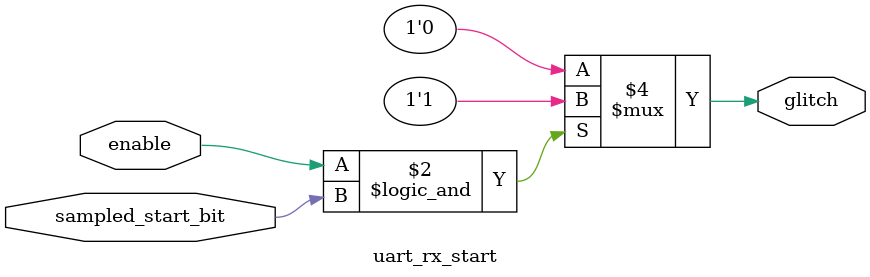
<source format=v>
module uart_rx_start (
  input  wire enable           ,
  input  wire sampled_start_bit,
  output reg  glitch
);

  always @(*)
    begin
      if(enable && sampled_start_bit)
        glitch = 1'b1;
      else
        glitch = 1'b0;
    end
endmodule


</source>
